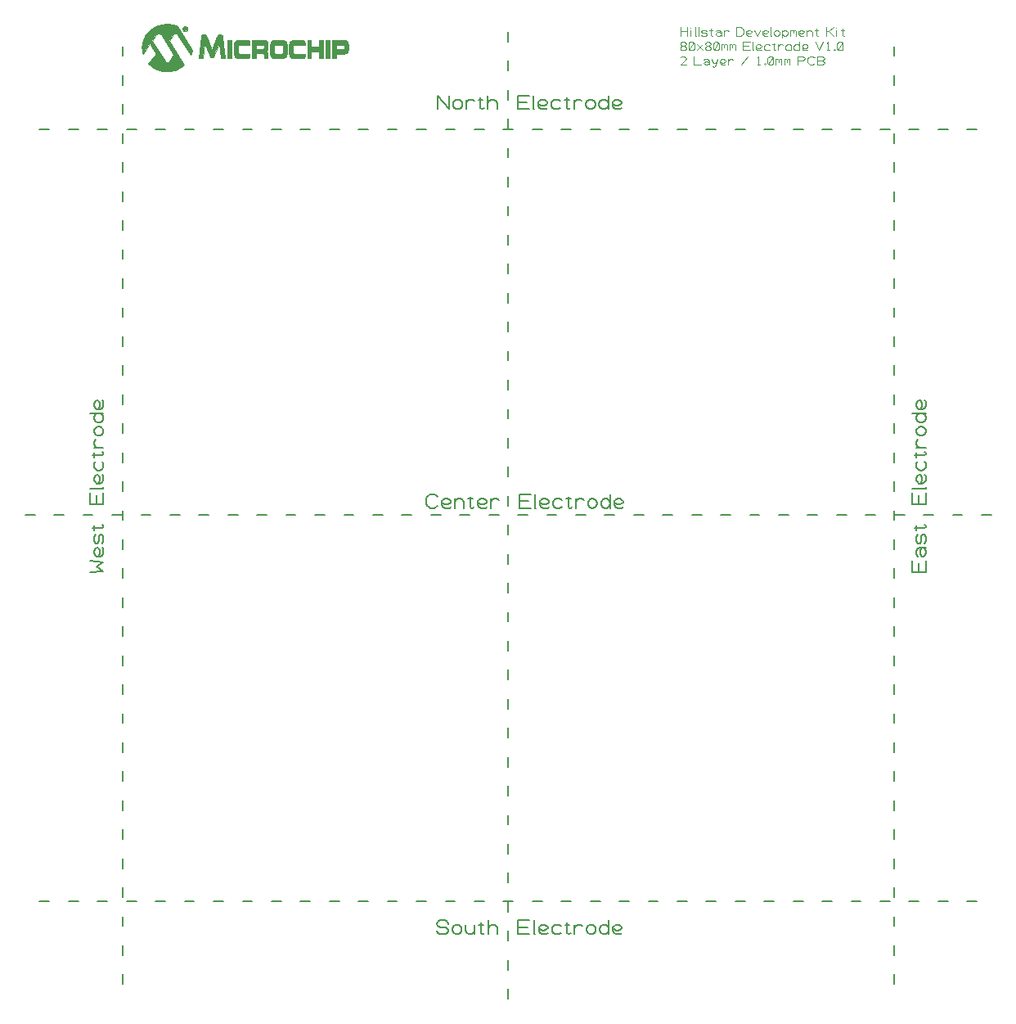
<source format=gbr>
G04 GENERATED BY PULSONIX 7.0 GERBER.DLL 4573*
%INHILLSTAR_80X80_EL_V1_0*%
%LNGERBER_SILKSCREEN_TOP*%
%FSLAX33Y33*%
%IPPOS*%
%LPD*%
%OFA0B0*%
%MOMM*%
%ADD15C,0.125*%
%ADD17C,0.200*%
%ADD1845C,0.010*%
X0Y0D02*
D02*
D15*
X148678Y177458D02*
X148678Y178340D01*
Y177899D02*
X149413Y177899D01*
Y177458D02*
X149413Y178340D01*
X149691Y177458D02*
X149691Y178046D01*
Y178266D02*
X149692Y178267D01*
X150302Y177458D02*
X150228Y177458D01*
Y178340*
X150614Y177458D02*
X150541Y177458D01*
Y178340*
X150853Y177531D02*
X151000Y177458D01*
X151294*
X151441Y177531*
Y177678*
X151294Y177752*
X151000*
X150853Y177825*
Y177972*
X151000Y178046*
X151294*
X151441Y177972*
X151703Y178046D02*
X151997Y178046D01*
X151850Y178193D02*
X151850Y177531D01*
X151924Y177458*
X151997*
X152071Y177531*
X152328Y177972D02*
X152475Y178046D01*
X152696*
X152843Y177972*
X152916Y177825*
Y177605*
X152843Y177531*
X152696Y177458*
X152549*
X152402Y177531*
X152328Y177605*
Y177678*
X152402Y177752*
X152549Y177825*
X152696*
X152843Y177752*
X152916Y177678*
Y177605D02*
X152916Y177458D01*
X153178D02*
X153178Y178046D01*
Y177825D02*
X153252Y177972D01*
X153399Y178046*
X153546*
X153693Y177972*
X154491Y177458D02*
X154491Y178340D01*
X154932*
X155079Y178266*
X155152Y178193*
X155226Y178046*
Y177752*
X155152Y177605*
X155079Y177531*
X154932Y177458*
X154491*
X156091Y177531D02*
X156018Y177458D01*
X155871*
X155724*
X155577Y177531*
X155503Y177678*
Y177899*
X155577Y177972*
X155724Y178046*
X155871*
X156018Y177972*
X156091Y177899*
Y177825*
X156018Y177752*
X155871Y177678*
X155724*
X155577Y177752*
X155503Y177825*
X156353Y178046D02*
X156647Y177458D01*
X156941Y178046*
X157791Y177531D02*
X157718Y177458D01*
X157571*
X157424*
X157277Y177531*
X157203Y177678*
Y177899*
X157277Y177972*
X157424Y178046*
X157571*
X157718Y177972*
X157791Y177899*
Y177825*
X157718Y177752*
X157571Y177678*
X157424*
X157277Y177752*
X157203Y177825*
X158127Y177458D02*
X158053Y177458D01*
Y178340*
X158366Y177678D02*
X158439Y177531D01*
X158586Y177458*
X158733*
X158880Y177531*
X158954Y177678*
Y177825*
X158880Y177972*
X158733Y178046*
X158586*
X158439Y177972*
X158366Y177825*
Y177678*
X159216Y178046D02*
X159216Y177237D01*
Y177678D02*
X159289Y177531D01*
X159436Y177458*
X159583*
X159730Y177531*
X159804Y177678*
Y177825*
X159730Y177972*
X159583Y178046*
X159436*
X159289Y177972*
X159216Y177825*
Y177678*
X160066Y177458D02*
X160066Y178046D01*
Y177972D02*
X160139Y178046D01*
X160286*
X160360Y177972*
Y177752*
Y177972D02*
X160433Y178046D01*
X160580*
X160654Y177972*
Y177458*
X161504Y177531D02*
X161430Y177458D01*
X161283*
X161136*
X160989Y177531*
X160916Y177678*
Y177899*
X160989Y177972*
X161136Y178046*
X161283*
X161430Y177972*
X161504Y177899*
Y177825*
X161430Y177752*
X161283Y177678*
X161136*
X160989Y177752*
X160916Y177825*
X161766Y177458D02*
X161766Y178046D01*
Y177825D02*
X161839Y177972D01*
X161986Y178046*
X162133*
X162280Y177972*
X162354Y177825*
Y177458*
X162616Y178046D02*
X162910Y178046D01*
X162763Y178193D02*
X162763Y177531D01*
X162836Y177458*
X162910*
X162983Y177531*
X163778Y177458D02*
X163778Y178340D01*
Y177899D02*
X163999Y177899D01*
X164513Y178340*
X163999Y177899D02*
X164513Y177458D01*
X164791D02*
X164791Y178046D01*
Y178266D02*
X164792Y178267D01*
X165328Y178046D02*
X165622Y178046D01*
X165475Y178193D02*
X165475Y177531D01*
X165549Y177458*
X165622*
X165696Y177531*
X148899Y176399D02*
X149046Y176399D01*
X149193Y176472*
X149266Y176619*
X149193Y176766*
X149046Y176840*
X148899*
X148752Y176766*
X148678Y176619*
X148752Y176472*
X148899Y176399*
X148752Y176325*
X148678Y176178*
X148752Y176031*
X148899Y175958*
X149046*
X149193Y176031*
X149266Y176178*
X149193Y176325*
X149046Y176399*
X149602Y176031D02*
X149749Y175958D01*
X149896*
X150043Y176031*
X150116Y176178*
Y176619*
X150043Y176766*
X149896Y176840*
X149749*
X149602Y176766*
X149528Y176619*
Y176178*
X149602Y176031*
X150043Y176766*
X150378Y175958D02*
X150966Y176546D01*
Y175958D02*
X150378Y176546D01*
X151449Y176399D02*
X151596Y176399D01*
X151743Y176472*
X151816Y176619*
X151743Y176766*
X151596Y176840*
X151449*
X151302Y176766*
X151228Y176619*
X151302Y176472*
X151449Y176399*
X151302Y176325*
X151228Y176178*
X151302Y176031*
X151449Y175958*
X151596*
X151743Y176031*
X151816Y176178*
X151743Y176325*
X151596Y176399*
X152152Y176031D02*
X152299Y175958D01*
X152446*
X152593Y176031*
X152666Y176178*
Y176619*
X152593Y176766*
X152446Y176840*
X152299*
X152152Y176766*
X152078Y176619*
Y176178*
X152152Y176031*
X152593Y176766*
X152928Y175958D02*
X152928Y176546D01*
Y176472D02*
X153002Y176546D01*
X153149*
X153222Y176472*
Y176252*
Y176472D02*
X153296Y176546D01*
X153443*
X153516Y176472*
Y175958*
X153778D02*
X153778Y176546D01*
Y176472D02*
X153852Y176546D01*
X153999*
X154072Y176472*
Y176252*
Y176472D02*
X154146Y176546D01*
X154293*
X154366Y176472*
Y175958*
X155166D02*
X155166Y176840D01*
X155901*
X155754Y176399D02*
X155166Y176399D01*
Y175958D02*
X155901Y175958D01*
X156252D02*
X156178Y175958D01*
Y176840*
X157079Y176031D02*
X157005Y175958D01*
X156858*
X156711*
X156564Y176031*
X156491Y176178*
Y176399*
X156564Y176472*
X156711Y176546*
X156858*
X157005Y176472*
X157079Y176399*
Y176325*
X157005Y176252*
X156858Y176178*
X156711*
X156564Y176252*
X156491Y176325*
X157929Y176472D02*
X157782Y176546D01*
X157561*
X157414Y176472*
X157341Y176325*
Y176178*
X157414Y176031*
X157561Y175958*
X157782*
X157929Y176031*
X158191Y176546D02*
X158485Y176546D01*
X158338Y176693D02*
X158338Y176031D01*
X158411Y175958*
X158485*
X158558Y176031*
X158816Y175958D02*
X158816Y176546D01*
Y176325D02*
X158889Y176472D01*
X159036Y176546*
X159183*
X159330Y176472*
X159591Y176178D02*
X159664Y176031D01*
X159811Y175958*
X159958*
X160105Y176031*
X160179Y176178*
Y176325*
X160105Y176472*
X159958Y176546*
X159811*
X159664Y176472*
X159591Y176325*
Y176178*
X161029Y176325D02*
X160955Y176472D01*
X160808Y176546*
X160661*
X160514Y176472*
X160441Y176325*
Y176178*
X160514Y176031*
X160661Y175958*
X160808*
X160955Y176031*
X161029Y176178*
Y175958D02*
X161029Y176840D01*
X161879Y176031D02*
X161805Y175958D01*
X161658*
X161511*
X161364Y176031*
X161291Y176178*
Y176399*
X161364Y176472*
X161511Y176546*
X161658*
X161805Y176472*
X161879Y176399*
Y176325*
X161805Y176252*
X161658Y176178*
X161511*
X161364Y176252*
X161291Y176325*
X162678Y176840D02*
X163046Y175958D01*
X163413Y176840*
X163838Y175958D02*
X164132Y175958D01*
X163985D02*
X163985Y176840D01*
X163838Y176693*
X164614Y175958D02*
X164688Y176031D01*
X164614Y176105*
X164541Y176031*
X164614Y175958*
X165002Y176031D02*
X165149Y175958D01*
X165296*
X165443Y176031*
X165516Y176178*
Y176619*
X165443Y176766*
X165296Y176840*
X165149*
X165002Y176766*
X164928Y176619*
Y176178*
X165002Y176031*
X165443Y176766*
X149266Y174458D02*
X148678Y174458D01*
X149193Y174972*
X149266Y175119*
X149193Y175266*
X149046Y175340*
X148825*
X148678Y175266*
X150066Y175340D02*
X150066Y174458D01*
X150801*
X151078Y174972D02*
X151225Y175046D01*
X151446*
X151593Y174972*
X151666Y174825*
Y174605*
X151593Y174531*
X151446Y174458*
X151299*
X151152Y174531*
X151078Y174605*
Y174678*
X151152Y174752*
X151299Y174825*
X151446*
X151593Y174752*
X151666Y174678*
Y174605D02*
X151666Y174458D01*
X151928Y175046D02*
X152002Y174752D01*
X152149Y174605*
X152296*
X152443Y174752*
X152516Y175046*
X152443Y174752D02*
X152369Y174458D01*
X152296Y174311*
X152149Y174237*
X152002Y174311*
X153366Y174531D02*
X153293Y174458D01*
X153146*
X152999*
X152852Y174531*
X152778Y174678*
Y174899*
X152852Y174972*
X152999Y175046*
X153146*
X153293Y174972*
X153366Y174899*
Y174825*
X153293Y174752*
X153146Y174678*
X152999*
X152852Y174752*
X152778Y174825*
X153628Y174458D02*
X153628Y175046D01*
Y174825D02*
X153702Y174972D01*
X153849Y175046*
X153996*
X154143Y174972*
X154941Y174458D02*
X155676Y175340D01*
X156638Y174458D02*
X156932Y174458D01*
X156785D02*
X156785Y175340D01*
X156638Y175193*
X157414Y174458D02*
X157488Y174531D01*
X157414Y174605*
X157341Y174531*
X157414Y174458*
X157802Y174531D02*
X157949Y174458D01*
X158096*
X158243Y174531*
X158316Y174678*
Y175119*
X158243Y175266*
X158096Y175340*
X157949*
X157802Y175266*
X157728Y175119*
Y174678*
X157802Y174531*
X158243Y175266*
X158578Y174458D02*
X158578Y175046D01*
Y174972D02*
X158652Y175046D01*
X158799*
X158872Y174972*
Y174752*
Y174972D02*
X158946Y175046D01*
X159093*
X159166Y174972*
Y174458*
X159428D02*
X159428Y175046D01*
Y174972D02*
X159502Y175046D01*
X159649*
X159722Y174972*
Y174752*
Y174972D02*
X159796Y175046D01*
X159943*
X160016Y174972*
Y174458*
X160816D02*
X160816Y175340D01*
X161330*
X161477Y175266*
X161551Y175119*
X161477Y174972*
X161330Y174899*
X160816*
X162563Y174605D02*
X162490Y174531D01*
X162343Y174458*
X162122*
X161975Y174531*
X161902Y174605*
X161828Y174752*
Y175046*
X161902Y175193*
X161975Y175266*
X162122Y175340*
X162343*
X162490Y175266*
X162563Y175193*
X163355Y174899D02*
X163502Y174825D01*
X163576Y174678*
X163502Y174531*
X163355Y174458*
X162841*
Y175340*
X163355*
X163502Y175266*
X163576Y175119*
X163502Y174972*
X163355Y174899*
X162841*
D02*
D17*
X80878Y127862D02*
X81878D01*
X83878D02*
X84878D01*
X86878D02*
X87878D01*
X89878D02*
X90878D01*
X92878D02*
X93878D01*
X95878D02*
X96878D01*
X98878D02*
X99878D01*
X101878D02*
X102878D01*
X104878D02*
X105878D01*
X107878D02*
X108878D01*
X110878D02*
X111878D01*
X113878D02*
X114878D01*
X116878D02*
X117878D01*
X119878D02*
X120878D01*
X122878D02*
X123878D01*
X125878D02*
X126878D01*
X128878D02*
X129878D01*
X131878D02*
X132878D01*
X134878D02*
X135878D01*
X137878D02*
X138878D01*
X140878D02*
X141878D01*
X143878D02*
X144878D01*
X146878D02*
X147878D01*
X149878D02*
X150878D01*
X152878D02*
X153878D01*
X155878D02*
X156878D01*
X158878D02*
X159878D01*
X161878D02*
X162878D01*
X164878D02*
X165878D01*
X167878D02*
X168878D01*
X170878D02*
X171878D01*
X173878D02*
X174878D01*
X176878D02*
X177878D01*
X179878D02*
X180878D01*
X82378Y87962D02*
X83378D01*
X85378D02*
X86378D01*
X88378D02*
X89378D01*
X91378D02*
X92378D01*
X94378D02*
X95378D01*
X97378D02*
X98378D01*
X100378D02*
X101378D01*
X103378D02*
X104378D01*
X106378D02*
X107378D01*
X109378D02*
X110378D01*
X112378D02*
X113378D01*
X115378D02*
X116378D01*
X118378D02*
X119378D01*
X121378D02*
X122378D01*
X124378D02*
X125378D01*
X127378D02*
X128378D01*
X130378D02*
X131378D01*
X133378D02*
X134378D01*
X136378D02*
X137378D01*
X139378D02*
X140378D01*
X142378D02*
X143378D01*
X145378D02*
X146378D01*
X148378D02*
X149378D01*
X151378D02*
X152378D01*
X154378D02*
X155378D01*
X157378D02*
X158378D01*
X160378D02*
X161378D01*
X163378D02*
X164378D01*
X166378D02*
X167378D01*
X169378D02*
X170378D01*
X172378D02*
X173378D01*
X175378D02*
X176378D01*
X178378D02*
X179378D01*
X82378Y167762D02*
X83378D01*
X85378D02*
X86378D01*
X88378D02*
X89378D01*
X91378D02*
X92378D01*
X94378D02*
X95378D01*
X97378D02*
X98378D01*
X100378D02*
X101378D01*
X103378D02*
X104378D01*
X106378D02*
X107378D01*
X109378D02*
X110378D01*
X112378D02*
X113378D01*
X115378D02*
X116378D01*
X118378D02*
X119378D01*
X121378D02*
X122378D01*
X124378D02*
X125378D01*
X127378D02*
X128378D01*
X130378D02*
X131378D01*
X133378D02*
X134378D01*
X136378D02*
X137378D01*
X139378D02*
X140378D01*
X142378D02*
X143378D01*
X145378D02*
X146378D01*
X148378D02*
X149378D01*
X151378D02*
X152378D01*
X154378D02*
X155378D01*
X157378D02*
X158378D01*
X160378D02*
X161378D01*
X163378D02*
X164378D01*
X166378D02*
X167378D01*
X169378D02*
X170378D01*
X172378D02*
X173378D01*
X175378D02*
X176378D01*
X178378D02*
X179378D01*
X87563Y121952D02*
X88975Y122070D01*
X88269Y122540*
X88975Y123011*
X87563Y123128*
X88858Y124513D02*
X88975Y124396D01*
Y124160*
Y123925*
X88858Y123690*
X88622Y123572*
X88269*
X88152Y123690*
X88034Y123925*
Y124160*
X88152Y124396*
X88269Y124513*
X88387*
X88505Y124396*
X88622Y124160*
Y123925*
X88505Y123690*
X88387Y123572*
X88858Y124932D02*
X88975Y125167D01*
Y125638*
X88858Y125873*
X88622*
X88505Y125638*
Y125167*
X88387Y124932*
X88152*
X88034Y125167*
Y125638*
X88152Y125873*
X88034Y126292D02*
X88034Y126763D01*
X87799Y126527D02*
X88858Y126527D01*
X88975Y126645*
Y126763*
X88858Y126880*
X88975Y129012D02*
X87563Y129012D01*
Y130188*
X88269Y129953D02*
X88269Y129012D01*
X88975D02*
X88975Y130188D01*
Y130750D02*
X88975Y130632D01*
X87563*
X88858Y132073D02*
X88975Y131956D01*
Y131720*
Y131485*
X88858Y131250*
X88622Y131132*
X88269*
X88152Y131250*
X88034Y131485*
Y131720*
X88152Y131956*
X88269Y132073*
X88387*
X88505Y131956*
X88622Y131720*
Y131485*
X88505Y131250*
X88387Y131132*
X88152Y133433D02*
X88034Y133198D01*
Y132845*
X88152Y132610*
X88387Y132492*
X88622*
X88858Y132610*
X88975Y132845*
Y133198*
X88858Y133433*
X88034Y133852D02*
X88034Y134323D01*
X87799Y134087D02*
X88858Y134087D01*
X88975Y134205*
Y134323*
X88858Y134440*
X88975Y134852D02*
X88034Y134852D01*
X88387D02*
X88152Y134970D01*
X88034Y135205*
Y135440*
X88152Y135676*
X88622Y136092D02*
X88858Y136210D01*
X88975Y136445*
Y136680*
X88858Y136916*
X88622Y137033*
X88387*
X88152Y136916*
X88034Y136680*
Y136445*
X88152Y136210*
X88387Y136092*
X88622*
X88387Y138393D02*
X88152Y138276D01*
X88034Y138040*
Y137805*
X88152Y137570*
X88387Y137452*
X88622*
X88858Y137570*
X88975Y137805*
Y138040*
X88858Y138276*
X88622Y138393*
X88975D02*
X87563Y138393D01*
X88858Y139753D02*
X88975Y139636D01*
Y139400*
Y139165*
X88858Y138930*
X88622Y138812*
X88269*
X88152Y138930*
X88034Y139165*
Y139400*
X88152Y139636*
X88269Y139753*
X88387*
X88505Y139636*
X88622Y139400*
Y139165*
X88505Y138930*
X88387Y138812*
X90978Y79362D02*
Y80362D01*
Y82362D02*
Y83362D01*
Y85362D02*
Y86362D01*
Y88362D02*
Y89362D01*
Y91362D02*
Y92362D01*
Y94362D02*
Y95362D01*
Y97362D02*
Y98362D01*
Y100362D02*
Y101362D01*
Y103362D02*
Y104362D01*
Y106362D02*
Y107362D01*
Y109362D02*
Y110362D01*
Y112362D02*
Y113362D01*
Y115362D02*
Y116362D01*
Y118362D02*
Y119362D01*
Y121362D02*
Y122362D01*
Y124362D02*
Y125362D01*
Y127362D02*
Y128362D01*
Y130362D02*
Y131362D01*
Y133362D02*
Y134362D01*
Y136362D02*
Y137362D01*
Y139362D02*
Y140362D01*
Y142362D02*
Y143362D01*
Y145362D02*
Y146362D01*
Y148362D02*
Y149362D01*
Y151362D02*
Y152362D01*
Y154362D02*
Y155362D01*
Y157362D02*
Y158362D01*
Y160362D02*
Y161362D01*
Y163362D02*
Y164362D01*
Y166362D02*
Y167362D01*
Y169362D02*
Y170362D01*
Y172362D02*
Y173362D01*
Y175362D02*
Y176362D01*
X130878Y77862D02*
Y78862D01*
Y80862D02*
Y81862D01*
Y83862D02*
Y84862D01*
Y86862D02*
Y87862D01*
Y89862D02*
Y90862D01*
Y92862D02*
Y93862D01*
Y95862D02*
Y96862D01*
Y98862D02*
Y99862D01*
Y101862D02*
Y102862D01*
Y104862D02*
Y105862D01*
Y107862D02*
Y108862D01*
Y110862D02*
Y111862D01*
Y113862D02*
Y114862D01*
Y116862D02*
Y117862D01*
Y119862D02*
Y120862D01*
Y122862D02*
Y123862D01*
Y125862D02*
Y126862D01*
Y128862D02*
Y129862D01*
Y131862D02*
Y132862D01*
Y134862D02*
Y135862D01*
Y137862D02*
Y138862D01*
Y140862D02*
Y141862D01*
Y143862D02*
Y144862D01*
Y146862D02*
Y147862D01*
Y149862D02*
Y150862D01*
Y152862D02*
Y153862D01*
Y155862D02*
Y156862D01*
Y158862D02*
Y159862D01*
Y161862D02*
Y162862D01*
Y164862D02*
Y165862D01*
Y167862D02*
Y168862D01*
Y170862D02*
Y171862D01*
Y173862D02*
Y174862D01*
Y176862D02*
Y177862D01*
X123545Y128850D02*
X123427Y128733D01*
X123192Y128615*
X122839*
X122603Y128733*
X122486Y128850*
X122368Y129086*
Y129556*
X122486Y129791*
X122603Y129909*
X122839Y130027*
X123192*
X123427Y129909*
X123545Y129791*
X124929Y128733D02*
X124812Y128615D01*
X124576*
X124341*
X124106Y128733*
X123988Y128968*
Y129321*
X124106Y129438*
X124341Y129556*
X124576*
X124812Y129438*
X124929Y129321*
Y129203*
X124812Y129086*
X124576Y128968*
X124341*
X124106Y129086*
X123988Y129203*
X125348Y128615D02*
X125348Y129556D01*
Y129203D02*
X125466Y129438D01*
X125701Y129556*
X125936*
X126172Y129438*
X126289Y129203*
Y128615*
X126708Y129556D02*
X127179Y129556D01*
X126943Y129791D02*
X126943Y128733D01*
X127061Y128615*
X127179*
X127296Y128733*
X128649D02*
X128532Y128615D01*
X128296*
X128061*
X127826Y128733*
X127708Y128968*
Y129321*
X127826Y129438*
X128061Y129556*
X128296*
X128532Y129438*
X128649Y129321*
Y129203*
X128532Y129086*
X128296Y128968*
X128061*
X127826Y129086*
X127708Y129203*
X129068Y128615D02*
X129068Y129556D01*
Y129203D02*
X129186Y129438D01*
X129421Y129556*
X129656*
X129892Y129438*
X132028Y128615D02*
X132028Y130027D01*
X133205*
X132969Y129321D02*
X132028Y129321D01*
Y128615D02*
X133205Y128615D01*
X133766D02*
X133648Y128615D01*
Y130027*
X135089Y128733D02*
X134972Y128615D01*
X134736*
X134501*
X134266Y128733*
X134148Y128968*
Y129321*
X134266Y129438*
X134501Y129556*
X134736*
X134972Y129438*
X135089Y129321*
Y129203*
X134972Y129086*
X134736Y128968*
X134501*
X134266Y129086*
X134148Y129203*
X136449Y129438D02*
X136214Y129556D01*
X135861*
X135626Y129438*
X135508Y129203*
Y128968*
X135626Y128733*
X135861Y128615*
X136214*
X136449Y128733*
X136868Y129556D02*
X137339Y129556D01*
X137103Y129791D02*
X137103Y128733D01*
X137221Y128615*
X137339*
X137456Y128733*
X137868Y128615D02*
X137868Y129556D01*
Y129203D02*
X137986Y129438D01*
X138221Y129556*
X138456*
X138692Y129438*
X139108Y128968D02*
X139226Y128733D01*
X139461Y128615*
X139696*
X139932Y128733*
X140049Y128968*
Y129203*
X139932Y129438*
X139696Y129556*
X139461*
X139226Y129438*
X139108Y129203*
Y128968*
X141409Y129203D02*
X141292Y129438D01*
X141056Y129556*
X140821*
X140586Y129438*
X140468Y129203*
Y128968*
X140586Y128733*
X140821Y128615*
X141056*
X141292Y128733*
X141409Y128968*
Y128615D02*
X141409Y130027D01*
X142769Y128733D02*
X142652Y128615D01*
X142416*
X142181*
X141946Y128733*
X141828Y128968*
Y129321*
X141946Y129438*
X142181Y129556*
X142416*
X142652Y129438*
X142769Y129321*
Y129203*
X142652Y129086*
X142416Y128968*
X142181*
X141946Y129086*
X141828Y129203*
X123488Y84903D02*
X123606Y84668D01*
X123841Y84550*
X124312*
X124547Y84668*
X124665Y84903*
X124547Y85138*
X124312Y85256*
X123841*
X123606Y85373*
X123488Y85609*
X123606Y85844*
X123841Y85962*
X124312*
X124547Y85844*
X124665Y85609*
X125108Y84903D02*
X125226Y84668D01*
X125461Y84550*
X125696*
X125932Y84668*
X126049Y84903*
Y85138*
X125932Y85373*
X125696Y85491*
X125461*
X125226Y85373*
X125108Y85138*
Y84903*
X126468Y85491D02*
X126468Y84903D01*
X126586Y84668*
X126821Y84550*
X127056*
X127292Y84668*
X127409Y84903*
Y85491D02*
X127409Y84550D01*
X127828Y85491D02*
X128299Y85491D01*
X128063Y85726D02*
X128063Y84668D01*
X128181Y84550*
X128299*
X128416Y84668*
X128828Y84550D02*
X128828Y85962D01*
Y85138D02*
X128946Y85373D01*
X129181Y85491*
X129416*
X129652Y85373*
X129769Y85138*
Y84550*
X131908D02*
X131908Y85962D01*
X133085*
X132849Y85256D02*
X131908Y85256D01*
Y84550D02*
X133085Y84550D01*
X133646D02*
X133528Y84550D01*
Y85962*
X134969Y84668D02*
X134852Y84550D01*
X134616*
X134381*
X134146Y84668*
X134028Y84903*
Y85256*
X134146Y85373*
X134381Y85491*
X134616*
X134852Y85373*
X134969Y85256*
Y85138*
X134852Y85021*
X134616Y84903*
X134381*
X134146Y85021*
X134028Y85138*
X136329Y85373D02*
X136094Y85491D01*
X135741*
X135506Y85373*
X135388Y85138*
Y84903*
X135506Y84668*
X135741Y84550*
X136094*
X136329Y84668*
X136748Y85491D02*
X137219Y85491D01*
X136983Y85726D02*
X136983Y84668D01*
X137101Y84550*
X137219*
X137336Y84668*
X137748Y84550D02*
X137748Y85491D01*
Y85138D02*
X137866Y85373D01*
X138101Y85491*
X138336*
X138572Y85373*
X138988Y84903D02*
X139106Y84668D01*
X139341Y84550*
X139576*
X139812Y84668*
X139929Y84903*
Y85138*
X139812Y85373*
X139576Y85491*
X139341*
X139106Y85373*
X138988Y85138*
Y84903*
X141289Y85138D02*
X141172Y85373D01*
X140936Y85491*
X140701*
X140466Y85373*
X140348Y85138*
Y84903*
X140466Y84668*
X140701Y84550*
X140936*
X141172Y84668*
X141289Y84903*
Y84550D02*
X141289Y85962D01*
X142649Y84668D02*
X142532Y84550D01*
X142296*
X142061*
X141826Y84668*
X141708Y84903*
Y85256*
X141826Y85373*
X142061Y85491*
X142296*
X142532Y85373*
X142649Y85256*
Y85138*
X142532Y85021*
X142296Y84903*
X142061*
X141826Y85021*
X141708Y85138*
X123548Y169880D02*
X123548Y171292D01*
X124725Y169880*
Y171292*
X125168Y170233D02*
X125286Y169998D01*
X125521Y169880*
X125756*
X125992Y169998*
X126109Y170233*
Y170468*
X125992Y170703*
X125756Y170821*
X125521*
X125286Y170703*
X125168Y170468*
Y170233*
X126528Y169880D02*
X126528Y170821D01*
Y170468D02*
X126646Y170703D01*
X126881Y170821*
X127116*
X127352Y170703*
X127768Y170821D02*
X128239Y170821D01*
X128003Y171056D02*
X128003Y169998D01*
X128121Y169880*
X128239*
X128356Y169998*
X128768Y169880D02*
X128768Y171292D01*
Y170468D02*
X128886Y170703D01*
X129121Y170821*
X129356*
X129592Y170703*
X129709Y170468*
Y169880*
X131848D02*
X131848Y171292D01*
X133025*
X132789Y170586D02*
X131848Y170586D01*
Y169880D02*
X133025Y169880D01*
X133586D02*
X133468Y169880D01*
Y171292*
X134909Y169998D02*
X134792Y169880D01*
X134556*
X134321*
X134086Y169998*
X133968Y170233*
Y170586*
X134086Y170703*
X134321Y170821*
X134556*
X134792Y170703*
X134909Y170586*
Y170468*
X134792Y170351*
X134556Y170233*
X134321*
X134086Y170351*
X133968Y170468*
X136269Y170703D02*
X136034Y170821D01*
X135681*
X135446Y170703*
X135328Y170468*
Y170233*
X135446Y169998*
X135681Y169880*
X136034*
X136269Y169998*
X136688Y170821D02*
X137159Y170821D01*
X136923Y171056D02*
X136923Y169998D01*
X137041Y169880*
X137159*
X137276Y169998*
X137688Y169880D02*
X137688Y170821D01*
Y170468D02*
X137806Y170703D01*
X138041Y170821*
X138276*
X138512Y170703*
X138928Y170233D02*
X139046Y169998D01*
X139281Y169880*
X139516*
X139752Y169998*
X139869Y170233*
Y170468*
X139752Y170703*
X139516Y170821*
X139281*
X139046Y170703*
X138928Y170468*
Y170233*
X141229Y170468D02*
X141112Y170703D01*
X140876Y170821*
X140641*
X140406Y170703*
X140288Y170468*
Y170233*
X140406Y169998*
X140641Y169880*
X140876*
X141112Y169998*
X141229Y170233*
Y169880D02*
X141229Y171292D01*
X142589Y169998D02*
X142472Y169880D01*
X142236*
X142001*
X141766Y169998*
X141648Y170233*
Y170586*
X141766Y170703*
X142001Y170821*
X142236*
X142472Y170703*
X142589Y170586*
Y170468*
X142472Y170351*
X142236Y170233*
X142001*
X141766Y170351*
X141648Y170468*
X170778Y79362D02*
Y80362D01*
Y82362D02*
Y83362D01*
Y85362D02*
Y86362D01*
Y88362D02*
Y89362D01*
Y91362D02*
Y92362D01*
Y94362D02*
Y95362D01*
Y97362D02*
Y98362D01*
Y100362D02*
Y101362D01*
Y103362D02*
Y104362D01*
Y106362D02*
Y107362D01*
Y109362D02*
Y110362D01*
Y112362D02*
Y113362D01*
Y115362D02*
Y116362D01*
Y118362D02*
Y119362D01*
Y121362D02*
Y122362D01*
Y124362D02*
Y125362D01*
Y127362D02*
Y128362D01*
Y130362D02*
Y131362D01*
Y133362D02*
Y134362D01*
Y136362D02*
Y137362D01*
Y139362D02*
Y140362D01*
Y142362D02*
Y143362D01*
Y145362D02*
Y146362D01*
Y148362D02*
Y149362D01*
Y151362D02*
Y152362D01*
Y154362D02*
Y155362D01*
Y157362D02*
Y158362D01*
Y160362D02*
Y161362D01*
Y163362D02*
Y164362D01*
Y166362D02*
Y167362D01*
Y169362D02*
Y170362D01*
Y172362D02*
Y173362D01*
Y175362D02*
Y176362D01*
X174075Y121952D02*
X172663Y121952D01*
Y123128*
X173369Y122893D02*
X173369Y121952D01*
X174075D02*
X174075Y123128D01*
X173252Y123572D02*
X173134Y123807D01*
Y124160*
X173252Y124396*
X173487Y124513*
X173840*
X173958Y124396*
X174075Y124160*
Y123925*
X173958Y123690*
X173840Y123572*
X173722*
X173605Y123690*
X173487Y123925*
Y124160*
X173605Y124396*
X173722Y124513*
X173840D02*
X174075Y124513D01*
X173958Y124932D02*
X174075Y125167D01*
Y125638*
X173958Y125873*
X173722*
X173605Y125638*
Y125167*
X173487Y124932*
X173252*
X173134Y125167*
Y125638*
X173252Y125873*
X173134Y126292D02*
X173134Y126763D01*
X172899Y126527D02*
X173958Y126527D01*
X174075Y126645*
Y126763*
X173958Y126880*
X174075Y129012D02*
X172663Y129012D01*
Y130188*
X173369Y129953D02*
X173369Y129012D01*
X174075D02*
X174075Y130188D01*
Y130750D02*
X174075Y130632D01*
X172663*
X173958Y132073D02*
X174075Y131956D01*
Y131720*
Y131485*
X173958Y131250*
X173722Y131132*
X173369*
X173252Y131250*
X173134Y131485*
Y131720*
X173252Y131956*
X173369Y132073*
X173487*
X173605Y131956*
X173722Y131720*
Y131485*
X173605Y131250*
X173487Y131132*
X173252Y133433D02*
X173134Y133198D01*
Y132845*
X173252Y132610*
X173487Y132492*
X173722*
X173958Y132610*
X174075Y132845*
Y133198*
X173958Y133433*
X173134Y133852D02*
X173134Y134323D01*
X172899Y134087D02*
X173958Y134087D01*
X174075Y134205*
Y134323*
X173958Y134440*
X174075Y134852D02*
X173134Y134852D01*
X173487D02*
X173252Y134970D01*
X173134Y135205*
Y135440*
X173252Y135676*
X173722Y136092D02*
X173958Y136210D01*
X174075Y136445*
Y136680*
X173958Y136916*
X173722Y137033*
X173487*
X173252Y136916*
X173134Y136680*
Y136445*
X173252Y136210*
X173487Y136092*
X173722*
X173487Y138393D02*
X173252Y138276D01*
X173134Y138040*
Y137805*
X173252Y137570*
X173487Y137452*
X173722*
X173958Y137570*
X174075Y137805*
Y138040*
X173958Y138276*
X173722Y138393*
X174075D02*
X172663Y138393D01*
X173958Y139753D02*
X174075Y139636D01*
Y139400*
Y139165*
X173958Y138930*
X173722Y138812*
X173369*
X173252Y138930*
X173134Y139165*
Y139400*
X173252Y139636*
X173369Y139753*
X173487*
X173605Y139636*
X173722Y139400*
Y139165*
X173605Y138930*
X173487Y138812*
D02*
D1845*
X97468Y178420D02*
G75*
G03Y177854J-283D01*
G01*
G75*
G03Y178420J283*
G01*
X97467Y178373D02*
G75*
G03Y177901J-236D01*
G01*
G75*
G03Y178373J236*
G01*
X97185Y178137D02*
G36*
G75*
G03X97468Y177854I283D01*
G01*
G75*
G03X97751Y178137J283*
G01*
X97703*
G75*
G02X97467Y177901I-236*
G01*
G75*
G02X97231Y178137J236*
G01*
X97185*
G37*
X97231D02*
G36*
G75*
G02X97467Y178373I236D01*
G01*
G75*
G02X97703Y178137J-236*
G01*
X97751*
G75*
G03X97468Y178420I-283*
G01*
G75*
G03X97185Y178137J-283*
G01*
X97231*
G37*
X97599Y177982D02*
X97509Y178122D01*
X97549Y178132*
X97574Y178147*
X97589Y178177*
X97594Y178212*
X97589Y178247*
X97569Y178277*
X97534Y178292*
X97484Y178297*
X97359*
Y177982*
X97404*
Y178117*
X97464*
X97544Y177982*
X97599*
X97539Y178212D02*
X97534Y178192D01*
X97519Y178177*
X97499Y178162*
X97464Y178157*
X97404*
Y178262*
X97474*
X97504Y178257*
X97524Y178247*
X97539Y178232*
Y178212*
X97359Y178210D02*
G36*
Y177982D01*
X97404*
Y178117*
X97464*
X97544Y177982*
X97599*
X97509Y178122*
X97549Y178132*
X97574Y178147*
X97589Y178177*
X97594Y178210*
X97538*
X97534Y178192*
X97519Y178177*
X97499Y178162*
X97464Y178157*
X97404*
Y178210*
X97359*
G37*
X97404D02*
G36*
Y178262D01*
X97474*
X97504Y178257*
X97524Y178247*
X97539Y178232*
Y178212*
X97538Y178210*
X97594*
X97594Y178212*
X97589Y178247*
X97569Y178277*
X97534Y178292*
X97484Y178297*
X97359*
Y178210*
X97404*
G37*
X98149Y176027D02*
X98139Y175937D01*
X98129Y175857*
X98114Y175792*
X98104Y175742*
X98089Y175692*
X98069Y175627*
X98044Y175547*
X98014Y175452*
X96679Y177552*
X96649Y177592*
X96619Y177627*
X96589Y177657*
X96559Y177682*
X96499Y177712*
X96464Y177717*
X96434Y177722*
X96374Y177707*
X96319Y177677*
X96264Y177632*
X96209Y177562*
X95769Y176942*
X97334Y174462*
X97134Y174302*
X97029Y174227*
X96819Y174097*
X96709Y174042*
X96599Y173992*
X96369Y173902*
X96249Y173867*
X96129Y173837*
X96009Y173817*
X95884Y173797*
X95759Y173782*
X95499Y173772*
X95364Y173777*
X95234Y173782*
X95104Y173802*
X94979Y173822*
X94854Y173847*
X94734Y173882*
X94614Y173922*
X94494Y173972*
X94379Y174022*
X94269Y174082*
X94159Y174147*
X94049Y174217*
X93944Y174297*
X93839Y174382*
X93739Y174472*
X93639Y174567*
X94319Y175502*
X94339Y175542*
X94354Y175582*
X94364Y175672*
X94354Y175702*
X94339Y175742*
X94314Y175787*
X94284Y175842*
X93784Y176627*
X93049Y175592*
X93009Y175752*
X92979Y175917*
X92964Y176092*
X92959Y176267*
X92969Y176507*
X92984Y176622*
X93004Y176737*
X93029Y176847*
X93059Y176957*
X93099Y177067*
X93139Y177172*
X93189Y177272*
X93239Y177377*
X93299Y177472*
X93364Y177572*
X93434Y177667*
X93509Y177757*
X93679Y177937*
X93779Y178027*
X93879Y178112*
X93979Y178187*
X94084Y178262*
X94194Y178327*
X94309Y178387*
X94419Y178442*
X94539Y178492*
X94659Y178537*
X94784Y178572*
X94909Y178602*
X95039Y178632*
X95169Y178652*
X95304Y178667*
X95584Y178677*
X95704Y178672*
X95829Y178662*
X95954Y178642*
X96084Y178617*
X96214Y178582*
X96349Y178542*
X96484Y178492*
X96619Y178437*
X98149Y176027*
X96245Y175476D02*
X94925Y177561D01*
X94900Y177601*
X94870Y177636*
X94845Y177666*
X94785Y177706*
X94750Y177721*
X94720Y177726*
X94685Y177731*
X94630Y177721*
X94570Y177691*
X94515Y177641*
X94455Y177571*
X94015Y176951*
X95345Y174866*
X95375Y174821*
X95405Y174781*
X95430Y174746*
X95455Y174721*
X95480Y174701*
X95505Y174686*
X95530Y174676*
X95550Y174671*
X95620Y174681*
X95680Y174706*
X95735Y174751*
X95785Y174811*
X96245Y175476*
X94055Y176201D02*
G36*
X94284Y175842D01*
X94314Y175787*
X94339Y175742*
X94354Y175702*
X94364Y175672*
X94354Y175582*
X94339Y175542*
X94319Y175502*
X93639Y174567*
X93739Y174472*
X93839Y174382*
X93944Y174297*
X94049Y174217*
X94159Y174147*
X94269Y174082*
X94379Y174022*
X94494Y173972*
X94614Y173922*
X94734Y173882*
X94854Y173847*
X94979Y173822*
X95104Y173802*
X95234Y173782*
X95364Y173777*
X95499Y173772*
X95759Y173782*
X95884Y173797*
X96009Y173817*
X96129Y173837*
X96249Y173867*
X96369Y173902*
X96599Y173992*
X96709Y174042*
X96819Y174097*
X97029Y174227*
X97134Y174302*
X97334Y174462*
X96237Y176201*
X95786*
X96245Y175476*
X95785Y174811*
X95735Y174751*
X95680Y174706*
X95620Y174681*
X95550Y174671*
X95530Y174676*
X95505Y174686*
X95480Y174701*
X95455Y174721*
X95430Y174746*
X95405Y174781*
X95375Y174821*
X95345Y174866*
X94493Y176201*
X94055*
G37*
X94493D02*
G36*
X94015Y176951D01*
X94455Y177571*
X94515Y177641*
X94570Y177691*
X94630Y177721*
X94685Y177731*
X94720Y177726*
X94750Y177721*
X94785Y177706*
X94845Y177666*
X94870Y177636*
X94900Y177601*
X94925Y177561*
X95786Y176201*
X96237*
X95769Y176942*
X96209Y177562*
X96264Y177632*
X96319Y177677*
X96374Y177707*
X96434Y177722*
X96464Y177717*
X96499Y177712*
X96559Y177682*
X96589Y177657*
X96619Y177627*
X96649Y177592*
X96679Y177552*
X98014Y175452*
X98044Y175547*
X98069Y175627*
X98089Y175692*
X98104Y175742*
X98114Y175792*
X98129Y175857*
X98139Y175937*
X98149Y176027*
X96619Y178437*
X96484Y178492*
X96349Y178542*
X96214Y178582*
X96084Y178617*
X95954Y178642*
X95829Y178662*
X95704Y178672*
X95584Y178677*
X95304Y178667*
X95169Y178652*
X95039Y178632*
X94909Y178602*
X94784Y178572*
X94659Y178537*
X94539Y178492*
X94419Y178442*
X94309Y178387*
X94194Y178327*
X94084Y178262*
X93979Y178187*
X93879Y178112*
X93779Y178027*
X93679Y177937*
X93509Y177757*
X93434Y177667*
X93364Y177572*
X93299Y177472*
X93239Y177377*
X93189Y177272*
X93139Y177172*
X93099Y177067*
X93059Y176957*
X93029Y176847*
X93004Y176737*
X92984Y176622*
X92969Y176507*
X92959Y176267*
X92964Y176092*
X92979Y175917*
X93009Y175752*
X93049Y175592*
X93784Y176627*
X94055Y176201*
X94493*
G37*
X101554Y175137D02*
X101099D01*
X100969Y176707*
X100964*
X100484Y175452*
X100459Y175402*
X100434Y175362*
X100404Y175322*
X100369Y175292*
X100334Y175267*
X100294Y175252*
X100249Y175242*
X100199Y175237*
X100149Y175242*
X100104Y175252*
X100064Y175267*
X100029Y175292*
X99994Y175322*
X99964Y175362*
X99939Y175402*
X99914Y175452*
X99444Y176687*
X99439*
X99304Y175137*
X98839*
X99074Y177342*
X99084Y177392*
X99104Y177437*
X99129Y177482*
X99159Y177522*
X99199Y177562*
X99239Y177587*
X99284Y177602*
X99329Y177607*
X99389Y177602*
X99439Y177592*
X99489Y177572*
X99534Y177547*
X99574Y177512*
X99609Y177467*
X99639Y177422*
X99664Y177362*
X100199Y176022*
X100204*
X100734Y177362*
X100759Y177422*
X100829Y177512*
X100869Y177547*
X100909Y177572*
X100959Y177592*
X101009Y177602*
X101069Y177607*
X101114Y177602*
X101159Y177587*
X101199Y177557*
X101239Y177522*
X101269Y177477*
X101294Y177427*
X101314Y177377*
X101324Y177317*
X101554Y175137*
G36*
X101099*
X100969Y176707*
X100964*
X100484Y175452*
X100459Y175402*
X100434Y175362*
X100404Y175322*
X100369Y175292*
X100334Y175267*
X100294Y175252*
X100249Y175242*
X100199Y175237*
X100149Y175242*
X100104Y175252*
X100064Y175267*
X100029Y175292*
X99994Y175322*
X99964Y175362*
X99939Y175402*
X99914Y175452*
X99444Y176687*
X99439*
X99304Y175137*
X98839*
X99074Y177342*
X99084Y177392*
X99104Y177437*
X99129Y177482*
X99159Y177522*
X99199Y177562*
X99239Y177587*
X99284Y177602*
X99329Y177607*
X99389Y177602*
X99439Y177592*
X99489Y177572*
X99534Y177547*
X99574Y177512*
X99609Y177467*
X99639Y177422*
X99664Y177362*
X100199Y176022*
X100204*
X100734Y177362*
X100759Y177422*
X100829Y177512*
X100869Y177547*
X100909Y177572*
X100959Y177592*
X101009Y177602*
X101069Y177607*
X101114Y177602*
X101159Y177587*
X101199Y177557*
X101239Y177522*
X101269Y177477*
X101294Y177427*
X101314Y177377*
X101324Y177317*
X101554Y175137*
G37*
X102224D02*
X101799D01*
Y177002*
X102224*
Y175137*
G36*
X101799*
Y177002*
X102224*
Y175137*
G37*
X104124Y175597D02*
Y175527D01*
X104119Y175467*
X104114Y175412*
X104109Y175362*
X104104Y175322*
X104094Y175287*
X104084Y175257*
X104069Y175232*
X104049Y175207*
X104019Y175182*
X103989Y175162*
X103949Y175147*
X103904Y175132*
X103854Y175122*
X103794Y175117*
X103024*
X102899Y175122*
X102794Y175142*
X102709Y175177*
X102639Y175222*
X102599Y175267*
X102564Y175317*
X102534Y175377*
X102509Y175442*
X102489Y175517*
X102474Y175602*
X102469Y175692*
X102464Y175792*
Y176347*
X102469Y176437*
X102474Y176522*
X102484Y176602*
X102499Y176672*
X102519Y176732*
X102539Y176787*
X102569Y176837*
X102599Y176877*
X102634Y176912*
X102674Y176942*
X102719Y176967*
X102769Y176987*
X102829Y177002*
X102889Y177012*
X102954Y177022*
X103839*
X103889Y177017*
X103934Y177007*
X103974Y176987*
X104009Y176967*
X104039Y176942*
X104059Y176912*
X104079Y176877*
X104089Y176837*
X104099Y176782*
X104104Y176712*
X104109Y176632*
Y176532*
X103104*
X103029Y176527*
X102974Y176507*
X102929Y176472*
X102899Y176422*
X102884Y176377*
X102874Y176322*
X102869Y176252*
Y175907*
X102874Y175847*
X102879Y175797*
X102884Y175752*
X102894Y175717*
X102909Y175687*
X102924Y175662*
X102939Y175642*
X102969Y175622*
X103004Y175607*
X103044Y175597*
X104124*
G36*
Y175527*
X104119Y175467*
X104114Y175412*
X104109Y175362*
X104104Y175322*
X104094Y175287*
X104084Y175257*
X104069Y175232*
X104049Y175207*
X104019Y175182*
X103989Y175162*
X103949Y175147*
X103904Y175132*
X103854Y175122*
X103794Y175117*
X103024*
X102899Y175122*
X102794Y175142*
X102709Y175177*
X102639Y175222*
X102599Y175267*
X102564Y175317*
X102534Y175377*
X102509Y175442*
X102489Y175517*
X102474Y175602*
X102469Y175692*
X102464Y175792*
Y176347*
X102469Y176437*
X102474Y176522*
X102484Y176602*
X102499Y176672*
X102519Y176732*
X102539Y176787*
X102569Y176837*
X102599Y176877*
X102634Y176912*
X102674Y176942*
X102719Y176967*
X102769Y176987*
X102829Y177002*
X102889Y177012*
X102954Y177022*
X103839*
X103889Y177017*
X103934Y177007*
X103974Y176987*
X104009Y176967*
X104039Y176942*
X104059Y176912*
X104079Y176877*
X104089Y176837*
X104099Y176782*
X104104Y176712*
X104109Y176632*
Y176532*
X103104*
X103029Y176527*
X102974Y176507*
X102929Y176472*
X102899Y176422*
X102884Y176377*
X102874Y176322*
X102869Y176252*
Y175907*
X102874Y175847*
X102879Y175797*
X102884Y175752*
X102894Y175717*
X102909Y175687*
X102924Y175662*
X102939Y175642*
X102969Y175622*
X103004Y175607*
X103044Y175597*
X104124*
G37*
X105609Y176232D02*
Y176342D01*
X105604Y176402*
X105594Y176452*
X105579Y176487*
X105554Y176512*
X105534Y176522*
X105509Y176532*
X105474Y176537*
X104749*
Y176087*
X105499*
X105529Y176097*
X105554Y176112*
X105574Y176127*
X105589Y176152*
X105599Y176187*
X105609Y176232*
X105994Y176332D02*
X105989Y176242D01*
X105984Y176162*
X105969Y176092*
X105954Y176037*
X105924Y175982*
X105884Y175937*
X105834Y175897*
X105769Y175872*
Y175867*
X105824Y175847*
X105864Y175817*
X105904Y175782*
X105934Y175732*
X105959Y175677*
X105974Y175612*
X105984Y175537*
X105989Y175452*
Y175137*
X105594*
Y175422*
X105589Y175467*
X105584Y175507*
X105574Y175537*
X105554Y175572*
X105524Y175602*
X105484Y175617*
X105434Y175622*
X104749*
Y175137*
X104359*
Y177002*
X105609*
X105699Y176997*
X105779Y176972*
X105844Y176932*
X105899Y176877*
X105919Y176842*
X105939Y176802*
X105954Y176757*
X105969Y176707*
X105979Y176652*
X105989Y176522*
X105994Y176452*
Y176332*
X105609Y176232D02*
Y176342D01*
X105604Y176402*
X105594Y176452*
X105579Y176487*
X105554Y176512*
X105534Y176522*
X105509Y176532*
X105474Y176537*
X104749*
Y176087*
X105499*
X105529Y176097*
X105554Y176112*
X105574Y176127*
X105589Y176152*
X105599Y176187*
X105609Y176232*
X104359Y176312D02*
G36*
Y175137D01*
X104749*
Y175622*
X105434*
X105484Y175617*
X105524Y175602*
X105554Y175572*
X105574Y175537*
X105584Y175507*
X105589Y175467*
X105594Y175422*
Y175137*
X105989*
Y175452*
X105984Y175537*
X105974Y175612*
X105959Y175677*
X105934Y175732*
X105904Y175782*
X105864Y175817*
X105824Y175847*
X105769Y175867*
Y175872*
X105834Y175897*
X105884Y175937*
X105924Y175982*
X105954Y176037*
X105969Y176092*
X105984Y176162*
X105989Y176242*
X105993Y176312*
X105609*
Y176232*
X105599Y176187*
X105589Y176152*
X105574Y176127*
X105554Y176112*
X105529Y176097*
X105499Y176087*
X104749*
Y176312*
X104359*
G37*
X104749D02*
G36*
Y176537D01*
X105474*
X105509Y176532*
X105534Y176522*
X105554Y176512*
X105579Y176487*
X105594Y176452*
X105604Y176402*
X105609Y176342*
Y176312*
X105993*
X105994Y176332*
Y176452*
X105989Y176522*
X105979Y176652*
X105969Y176707*
X105954Y176757*
X105939Y176802*
X105919Y176842*
X105899Y176877*
X105844Y176932*
X105779Y176972*
X105699Y176997*
X105609Y177002*
X104359*
Y176312*
X104749*
G37*
X107974Y176432D02*
Y175702D01*
X107964Y175617*
X107954Y175537*
X107939Y175467*
X107914Y175402*
X107889Y175342*
X107859Y175292*
X107829Y175247*
X107754Y175192*
X107659Y175147*
X107549Y175122*
X107414Y175117*
X106709*
X106639Y175127*
X106574Y175142*
X106514Y175162*
X106459Y175187*
X106409Y175217*
X106369Y175257*
X106334Y175297*
X106309Y175337*
X106269Y175437*
X106254Y175497*
X106244Y175562*
X106234Y175632*
X106229Y175712*
Y176457*
X106239Y176557*
X106259Y176647*
X106279Y176727*
X106309Y176797*
X106344Y176857*
X106389Y176907*
X106439Y176947*
X106504Y176977*
X106584Y177002*
X106679Y177017*
X106789Y177022*
X107489*
X107564Y177012*
X107629Y176997*
X107684Y176977*
X107739Y176952*
X107784Y176922*
X107824Y176887*
X107859Y176842*
X107889Y176802*
X107929Y176702*
X107944Y176642*
X107959Y176577*
X107969Y176507*
X107974Y176432*
X107574Y175966D02*
Y176171D01*
X107569Y176266*
X107559Y176346*
X107539Y176411*
X107514Y176461*
X107479Y176496*
X107439Y176521*
X107384Y176536*
X107324Y176541*
X106869*
X106799Y176536*
X106739Y176511*
X106694Y176476*
X106659Y176426*
X106644Y176381*
X106634Y176321*
X106629Y176251*
X106624Y176171*
Y175911*
X106629Y175856*
X106634Y175806*
X106639Y175766*
X106649Y175726*
X106659Y175696*
X106674Y175671*
X106689Y175651*
X106719Y175626*
X106754Y175611*
X106799Y175601*
X106849Y175596*
X107349*
X107419Y175601*
X107474Y175626*
X107519Y175666*
X107549Y175716*
X107559Y175756*
X107564Y175811*
X107569Y175881*
X107574Y175966*
X106229Y176069D02*
G36*
Y175712D01*
X106234Y175632*
X106244Y175562*
X106254Y175497*
X106269Y175437*
X106309Y175337*
X106334Y175297*
X106369Y175257*
X106409Y175217*
X106459Y175187*
X106514Y175162*
X106574Y175142*
X106639Y175127*
X106709Y175117*
X107414*
X107549Y175122*
X107659Y175147*
X107754Y175192*
X107829Y175247*
X107859Y175292*
X107889Y175342*
X107914Y175402*
X107939Y175467*
X107954Y175537*
X107964Y175617*
X107974Y175702*
Y176069*
X107574*
Y175966*
X107569Y175881*
X107564Y175811*
X107559Y175756*
X107549Y175716*
X107519Y175666*
X107474Y175626*
X107419Y175601*
X107349Y175596*
X106849*
X106799Y175601*
X106754Y175611*
X106719Y175626*
X106689Y175651*
X106674Y175671*
X106659Y175696*
X106649Y175726*
X106639Y175766*
X106634Y175806*
X106629Y175856*
X106624Y175911*
Y176069*
X106229*
G37*
X106624D02*
G36*
Y176171D01*
X106629Y176251*
X106634Y176321*
X106644Y176381*
X106659Y176426*
X106694Y176476*
X106739Y176511*
X106799Y176536*
X106869Y176541*
X107324*
X107384Y176536*
X107439Y176521*
X107479Y176496*
X107514Y176461*
X107539Y176411*
X107559Y176346*
X107569Y176266*
X107574Y176171*
Y176069*
X107974*
Y176432*
X107969Y176507*
X107959Y176577*
X107944Y176642*
X107929Y176702*
X107889Y176802*
X107859Y176842*
X107824Y176887*
X107784Y176922*
X107739Y176952*
X107684Y176977*
X107629Y176997*
X107564Y177012*
X107489Y177022*
X106789*
X106679Y177017*
X106584Y177002*
X106504Y176977*
X106439Y176947*
X106389Y176907*
X106344Y176857*
X106309Y176797*
X106279Y176727*
X106259Y176647*
X106239Y176557*
X106229Y176457*
Y176069*
X106624*
G37*
X109849Y175592D02*
Y175527D01*
X109844Y175467*
X109839Y175412*
X109834Y175362*
X109829Y175322*
X109819Y175287*
X109804Y175257*
X109794Y175232*
X109774Y175207*
X109744Y175182*
X109709Y175157*
X109669Y175142*
X109624Y175127*
X109574Y175117*
X109514Y175112*
X108669*
X108599Y175122*
X108534Y175137*
X108474Y175157*
X108419Y175182*
X108374Y175212*
X108334Y175252*
X108299Y175292*
X108269Y175332*
X108229Y175432*
X108214Y175492*
X108199Y175557*
X108194Y175627*
X108184Y175787*
Y176347*
X108189Y176432*
X108194Y176507*
X108199Y176577*
X108214Y176642*
X108229Y176702*
X108269Y176802*
X108299Y176842*
X108334Y176887*
X108374Y176922*
X108419Y176952*
X108474Y176977*
X108534Y176997*
X108599Y177012*
X108669Y177022*
X109404*
X109489Y177017*
X109559Y177012*
X109619Y177002*
X109664Y176997*
X109699Y176987*
X109724Y176977*
X109749Y176952*
X109774Y176922*
X109789Y176877*
X109804Y176827*
X109814Y176767*
X109824Y176697*
X109829Y176617*
Y176527*
X108824Y176532*
X108754Y176527*
X108694Y176502*
X108654Y176467*
X108619Y176417*
X108604Y176372*
X108594Y176322*
X108589Y176252*
Y175867*
X108599Y175782*
X108614Y175717*
X108634Y175672*
X108664Y175637*
X108704Y175612*
X108754Y175597*
X108814Y175592*
X109849*
G36*
Y175527*
X109844Y175467*
X109839Y175412*
X109834Y175362*
X109829Y175322*
X109819Y175287*
X109804Y175257*
X109794Y175232*
X109774Y175207*
X109744Y175182*
X109709Y175157*
X109669Y175142*
X109624Y175127*
X109574Y175117*
X109514Y175112*
X108669*
X108599Y175122*
X108534Y175137*
X108474Y175157*
X108419Y175182*
X108374Y175212*
X108334Y175252*
X108299Y175292*
X108269Y175332*
X108229Y175432*
X108214Y175492*
X108199Y175557*
X108194Y175627*
X108184Y175787*
Y176347*
X108189Y176432*
X108194Y176507*
X108199Y176577*
X108214Y176642*
X108229Y176702*
X108269Y176802*
X108299Y176842*
X108334Y176887*
X108374Y176922*
X108419Y176952*
X108474Y176977*
X108534Y176997*
X108599Y177012*
X108669Y177022*
X109404*
X109489Y177017*
X109559Y177012*
X109619Y177002*
X109664Y176997*
X109699Y176987*
X109724Y176977*
X109749Y176952*
X109774Y176922*
X109789Y176877*
X109804Y176827*
X109814Y176767*
X109824Y176697*
X109829Y176617*
Y176527*
X108824Y176532*
X108754Y176527*
X108694Y176502*
X108654Y176467*
X108619Y176417*
X108604Y176372*
X108594Y176322*
X108589Y176252*
Y175867*
X108599Y175782*
X108614Y175717*
X108634Y175672*
X108664Y175637*
X108704Y175612*
X108754Y175597*
X108814Y175592*
X109849*
G37*
X111684Y175137D02*
X111289D01*
Y175842*
X110464*
Y175137*
X110079*
Y177002*
X110464*
Y176337*
X111289*
Y177002*
X111684*
Y175137*
G36*
X111289*
Y175842*
X110464*
Y175137*
X110079*
Y177002*
X110464*
Y176337*
X111289*
Y177002*
X111684*
Y175137*
G37*
X112389D02*
X111959D01*
Y177002*
X112389*
Y175137*
G36*
X111959*
Y177002*
X112389*
Y175137*
G37*
X114309Y176207D02*
X114304Y176062D01*
X114289Y175942*
X114259Y175842*
X114219Y175757*
X114169Y175692*
X114109Y175642*
X114034Y175617*
X113949Y175607*
X113029*
Y175137*
X112644*
Y177002*
X113849*
X113964Y176992*
X114059Y176967*
X114139Y176917*
X114204Y176847*
X114229Y176807*
X114249Y176762*
X114269Y176707*
X114284Y176652*
X114304Y176522*
X114309Y176447*
Y176207*
X113909Y176222D02*
Y176342D01*
X113904Y176387*
X113899Y176427*
X113884Y176462*
X113869Y176487*
X113844Y176512*
X113819Y176527*
X113784Y176537*
X113029*
Y176072*
X113779*
X113839Y176082*
X113879Y176122*
X113889Y176147*
X113899Y176182*
X113909Y176222*
X112644Y176305D02*
G36*
Y175137D01*
X113029*
Y175607*
X113949*
X114034Y175617*
X114109Y175642*
X114169Y175692*
X114219Y175757*
X114259Y175842*
X114289Y175942*
X114304Y176062*
X114309Y176207*
Y176305*
X113909*
Y176222*
X113899Y176182*
X113889Y176147*
X113879Y176122*
X113839Y176082*
X113779Y176072*
X113029*
Y176305*
X112644*
G37*
X113029D02*
G36*
Y176537D01*
X113784*
X113819Y176527*
X113844Y176512*
X113869Y176487*
X113884Y176462*
X113899Y176427*
X113904Y176387*
X113909Y176342*
Y176305*
X114309*
Y176447*
X114304Y176522*
X114284Y176652*
X114269Y176707*
X114249Y176762*
X114229Y176807*
X114204Y176847*
X114139Y176917*
X114059Y176967*
X113964Y176992*
X113849Y177002*
X112644*
Y176305*
X113029*
G37*
X0Y0D02*
M02*

</source>
